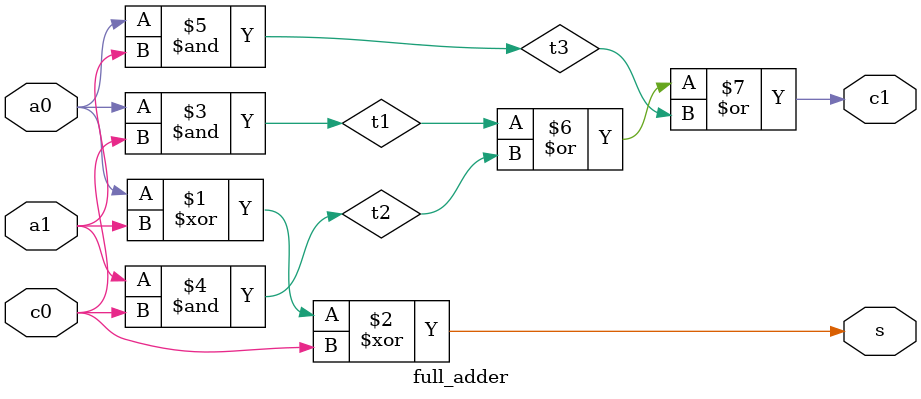
<source format=v>
/***********************************************
Module Name:   Full_Adder
Feature:       Full adder for 1 bit math add
Coder:         Garfield
Organization:  XXXX Group, Department of Architecture
------------------------------------------------------
Input ports:   a0, a1, 1 bit, addends
               c0, 1 bit, carry bit from low bit
Output Ports:  s, 1 bit, sum
               c1, 1 bit, carry bit
------------------------------------------------------
History:
11-30-2015: First Version by Garfield
11-30-2015: Verified by Garfield with Full_Adder_test in ISE/Modelsim
***********************************************/

module full_adder 
  ( 
    input a0, a1,
    input c0,
    output s,
    output c1
  );

//Defination for Varables in the module
wire t1, t2, t3;
//Logicals
//Sum: 
assign s = (a0 ^ a1) ^ c0;

//Carry bit: speparate the equation into 3 indepedent parts in order to read
assign t1 = a0 & c0;
assign t2 = a1 & c0;
assign t3 = a0 & a1;
assign c1 = (t1 | t2) | t3;

endmodule
</source>
